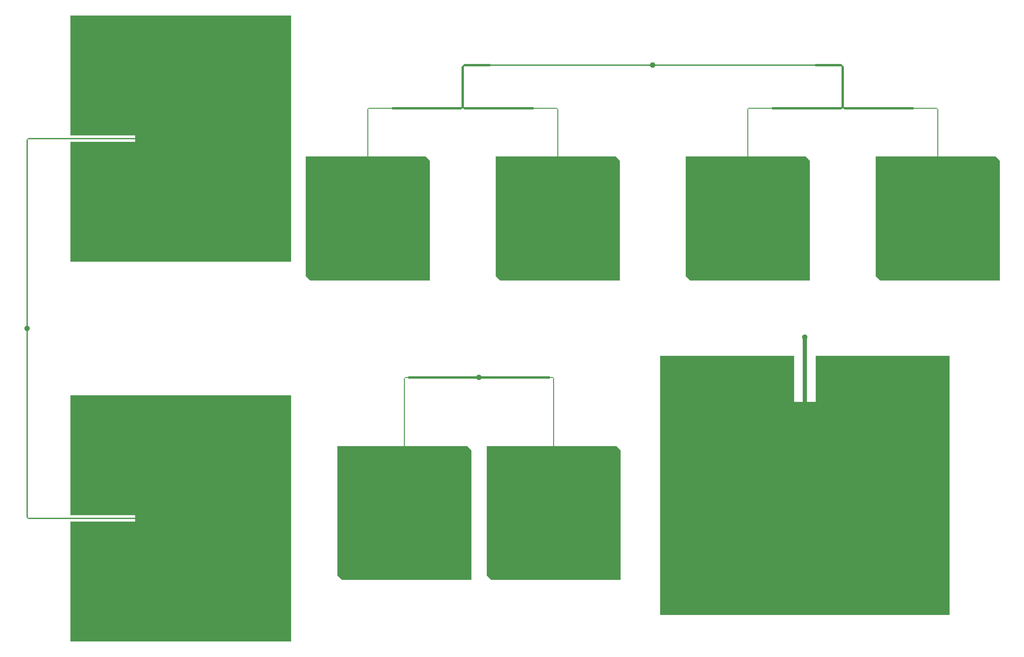
<source format=gtl>
G04 #@! TF.FileFunction,Copper,L1,Top,Signal*
%FSLAX46Y46*%
G04 Gerber Fmt 4.6, Leading zero omitted, Abs format (unit mm)*
G04 Created by KiCad (PCBNEW 4.1.0-alpha+201607281302+6996~46~ubuntu14.04.1-product) date Mon Aug 15 03:55:40 2016*
%MOMM*%
%LPD*%
G01*
G04 APERTURE LIST*
%ADD10C,0.100000*%
%ADD11C,2.500000*%
%ADD12C,0.050000*%
G04 APERTURE END LIST*
D10*
D11*
X390509800Y-181464400D03*
X239633000Y-200158000D03*
X30405000Y-177450800D03*
X320071700Y-55426000D03*
D12*
G36*
X390984800Y-181464400D02*
X390985280Y-181469277D01*
X390986703Y-181473967D01*
X390989013Y-181478289D01*
X390992122Y-181482078D01*
X390995911Y-181485187D01*
X391000233Y-181487497D01*
X391004923Y-181488920D01*
X391009800Y-181489400D01*
X391434800Y-181489400D01*
X391434800Y-211464400D01*
X391435280Y-211469277D01*
X391436703Y-211473967D01*
X391439013Y-211478289D01*
X391442122Y-211482078D01*
X391445911Y-211485187D01*
X391450233Y-211487497D01*
X391454923Y-211488920D01*
X391459800Y-211489400D01*
X395509800Y-211489400D01*
X395514677Y-211488920D01*
X395519367Y-211487497D01*
X395523689Y-211485187D01*
X395527478Y-211482078D01*
X395530587Y-211478289D01*
X395532897Y-211473967D01*
X395534320Y-211469277D01*
X395534800Y-211464400D01*
X395534800Y-190129400D01*
X457484800Y-190129400D01*
X457484800Y-310079400D01*
X323534800Y-310079400D01*
X323534800Y-190129400D01*
X385484800Y-190129400D01*
X385484800Y-211464400D01*
X385485280Y-211469277D01*
X385486703Y-211473967D01*
X385489013Y-211478289D01*
X385492122Y-211482078D01*
X385495911Y-211485187D01*
X385500233Y-211487497D01*
X385504923Y-211488920D01*
X385509800Y-211489400D01*
X389559800Y-211489400D01*
X389564677Y-211488920D01*
X389569367Y-211487497D01*
X389573689Y-211485187D01*
X389577478Y-211482078D01*
X389580587Y-211478289D01*
X389582897Y-211473967D01*
X389584320Y-211469277D01*
X389584800Y-211464400D01*
X389584800Y-181489400D01*
X390009800Y-181489400D01*
X390014677Y-181488920D01*
X390019367Y-181487497D01*
X390023689Y-181485187D01*
X390027478Y-181482078D01*
X390030587Y-181478289D01*
X390032897Y-181473967D01*
X390034320Y-181469277D01*
X390034800Y-181464400D01*
X390034800Y-180989400D01*
X390984800Y-180989400D01*
X390984800Y-181464400D01*
X390984800Y-181464400D01*
G37*
X390984800Y-181464400D02*
X390985280Y-181469277D01*
X390986703Y-181473967D01*
X390989013Y-181478289D01*
X390992122Y-181482078D01*
X390995911Y-181485187D01*
X391000233Y-181487497D01*
X391004923Y-181488920D01*
X391009800Y-181489400D01*
X391434800Y-181489400D01*
X391434800Y-211464400D01*
X391435280Y-211469277D01*
X391436703Y-211473967D01*
X391439013Y-211478289D01*
X391442122Y-211482078D01*
X391445911Y-211485187D01*
X391450233Y-211487497D01*
X391454923Y-211488920D01*
X391459800Y-211489400D01*
X395509800Y-211489400D01*
X395514677Y-211488920D01*
X395519367Y-211487497D01*
X395523689Y-211485187D01*
X395527478Y-211482078D01*
X395530587Y-211478289D01*
X395532897Y-211473967D01*
X395534320Y-211469277D01*
X395534800Y-211464400D01*
X395534800Y-190129400D01*
X457484800Y-190129400D01*
X457484800Y-310079400D01*
X323534800Y-310079400D01*
X323534800Y-190129400D01*
X385484800Y-190129400D01*
X385484800Y-211464400D01*
X385485280Y-211469277D01*
X385486703Y-211473967D01*
X385489013Y-211478289D01*
X385492122Y-211482078D01*
X385495911Y-211485187D01*
X385500233Y-211487497D01*
X385504923Y-211488920D01*
X385509800Y-211489400D01*
X389559800Y-211489400D01*
X389564677Y-211488920D01*
X389569367Y-211487497D01*
X389573689Y-211485187D01*
X389577478Y-211482078D01*
X389580587Y-211478289D01*
X389582897Y-211473967D01*
X389584320Y-211469277D01*
X389584800Y-211464400D01*
X389584800Y-181489400D01*
X390009800Y-181489400D01*
X390014677Y-181488920D01*
X390019367Y-181487497D01*
X390023689Y-181485187D01*
X390027478Y-181482078D01*
X390030587Y-181478289D01*
X390032897Y-181473967D01*
X390034320Y-181469277D01*
X390034800Y-181464400D01*
X390034800Y-180989400D01*
X390984800Y-180989400D01*
X390984800Y-181464400D01*
G36*
X239299822Y-199640678D02*
X239303611Y-199643787D01*
X239307933Y-199646097D01*
X239312623Y-199647520D01*
X239317500Y-199648000D01*
X239948517Y-199648000D01*
X239953394Y-199647520D01*
X239958084Y-199646097D01*
X239962406Y-199643787D01*
X239966195Y-199640677D01*
X240143000Y-199463858D01*
X240143000Y-199623000D01*
X240143480Y-199627877D01*
X240144903Y-199632567D01*
X240147213Y-199636889D01*
X240150322Y-199640678D01*
X240154111Y-199643787D01*
X240158433Y-199646097D01*
X240163123Y-199647520D01*
X240168000Y-199648000D01*
X272345600Y-199648000D01*
X272345600Y-199963000D01*
X272346080Y-199967877D01*
X272347503Y-199972567D01*
X272349813Y-199976889D01*
X272352922Y-199980678D01*
X272356711Y-199983787D01*
X272361033Y-199986097D01*
X272365723Y-199987520D01*
X272370600Y-199988000D01*
X273730644Y-199988000D01*
X274360600Y-200617956D01*
X274360600Y-231908000D01*
X274361080Y-231912877D01*
X274362503Y-231917567D01*
X274364813Y-231921889D01*
X274367922Y-231925678D01*
X274371711Y-231928787D01*
X274376033Y-231931097D01*
X274380723Y-231932520D01*
X274385600Y-231933000D01*
X303180244Y-231933000D01*
X305165600Y-233918356D01*
X305165600Y-293883000D01*
X245200956Y-293883000D01*
X243215600Y-291897644D01*
X243215600Y-231933000D01*
X273995600Y-231933000D01*
X274000477Y-231932520D01*
X274005167Y-231931097D01*
X274009489Y-231928787D01*
X274013278Y-231925678D01*
X274016387Y-231921889D01*
X274018697Y-231917567D01*
X274020120Y-231912877D01*
X274020600Y-231908000D01*
X274020600Y-200353000D01*
X274020120Y-200348123D01*
X274018697Y-200343433D01*
X274016387Y-200339111D01*
X274013278Y-200335322D01*
X274009489Y-200332213D01*
X274005167Y-200329903D01*
X274000477Y-200328480D01*
X273995600Y-200328000D01*
X272370600Y-200328000D01*
X272365723Y-200328480D01*
X272361033Y-200329903D01*
X272356711Y-200332213D01*
X272352922Y-200335322D01*
X272349813Y-200339111D01*
X272347503Y-200343433D01*
X272346080Y-200348123D01*
X272345600Y-200353000D01*
X272345600Y-200668000D01*
X240397856Y-200668000D01*
X240150678Y-200420822D01*
X240146889Y-200417713D01*
X240142567Y-200415403D01*
X240137877Y-200413980D01*
X240133000Y-200413500D01*
X240128123Y-200413980D01*
X240123433Y-200415403D01*
X240119111Y-200417713D01*
X240115322Y-200420822D01*
X240112213Y-200424611D01*
X240109903Y-200428933D01*
X240108480Y-200433623D01*
X240108000Y-200438500D01*
X240108000Y-200633000D01*
X239158000Y-200633000D01*
X239158000Y-200438580D01*
X239157520Y-200433703D01*
X239156097Y-200429013D01*
X239153787Y-200424691D01*
X239150678Y-200420902D01*
X239146889Y-200417793D01*
X239142567Y-200415483D01*
X239137877Y-200414060D01*
X239133000Y-200413580D01*
X239128123Y-200414060D01*
X239123433Y-200415483D01*
X239119111Y-200417793D01*
X239115322Y-200420903D01*
X238868244Y-200668000D01*
X206920500Y-200668000D01*
X206920500Y-200353000D01*
X206920020Y-200348123D01*
X206918597Y-200343433D01*
X206916287Y-200339111D01*
X206913178Y-200335322D01*
X206909389Y-200332213D01*
X206905067Y-200329903D01*
X206900377Y-200328480D01*
X206895500Y-200328000D01*
X205270500Y-200328000D01*
X205265623Y-200328480D01*
X205260933Y-200329903D01*
X205256611Y-200332213D01*
X205252822Y-200335322D01*
X205249713Y-200339111D01*
X205247403Y-200343433D01*
X205245980Y-200348123D01*
X205245500Y-200353000D01*
X205245500Y-231908000D01*
X205245980Y-231912877D01*
X205247403Y-231917567D01*
X205249713Y-231921889D01*
X205252822Y-231925678D01*
X205256611Y-231928787D01*
X205260933Y-231931097D01*
X205265623Y-231932520D01*
X205270500Y-231933000D01*
X234065144Y-231933000D01*
X236050500Y-233918356D01*
X236050500Y-293883000D01*
X176085856Y-293883000D01*
X174100500Y-291897644D01*
X174100500Y-231933000D01*
X204880500Y-231933000D01*
X204885377Y-231932520D01*
X204890067Y-231931097D01*
X204894389Y-231928787D01*
X204898178Y-231925678D01*
X204901287Y-231921889D01*
X204903597Y-231917567D01*
X204905020Y-231912877D01*
X204905500Y-231908000D01*
X204905500Y-200617956D01*
X205535456Y-199988000D01*
X206895500Y-199988000D01*
X206900377Y-199987520D01*
X206905067Y-199986097D01*
X206909389Y-199983787D01*
X206913178Y-199980678D01*
X206916287Y-199976889D01*
X206918597Y-199972567D01*
X206920020Y-199967877D01*
X206920500Y-199963000D01*
X206920500Y-199648000D01*
X239098000Y-199648000D01*
X239102877Y-199647520D01*
X239107567Y-199646097D01*
X239111889Y-199643787D01*
X239115678Y-199640678D01*
X239118787Y-199636889D01*
X239121097Y-199632567D01*
X239122520Y-199627877D01*
X239123000Y-199623000D01*
X239123000Y-199463856D01*
X239299822Y-199640678D01*
X239299822Y-199640678D01*
G37*
X239299822Y-199640678D02*
X239303611Y-199643787D01*
X239307933Y-199646097D01*
X239312623Y-199647520D01*
X239317500Y-199648000D01*
X239948517Y-199648000D01*
X239953394Y-199647520D01*
X239958084Y-199646097D01*
X239962406Y-199643787D01*
X239966195Y-199640677D01*
X240143000Y-199463858D01*
X240143000Y-199623000D01*
X240143480Y-199627877D01*
X240144903Y-199632567D01*
X240147213Y-199636889D01*
X240150322Y-199640678D01*
X240154111Y-199643787D01*
X240158433Y-199646097D01*
X240163123Y-199647520D01*
X240168000Y-199648000D01*
X272345600Y-199648000D01*
X272345600Y-199963000D01*
X272346080Y-199967877D01*
X272347503Y-199972567D01*
X272349813Y-199976889D01*
X272352922Y-199980678D01*
X272356711Y-199983787D01*
X272361033Y-199986097D01*
X272365723Y-199987520D01*
X272370600Y-199988000D01*
X273730644Y-199988000D01*
X274360600Y-200617956D01*
X274360600Y-231908000D01*
X274361080Y-231912877D01*
X274362503Y-231917567D01*
X274364813Y-231921889D01*
X274367922Y-231925678D01*
X274371711Y-231928787D01*
X274376033Y-231931097D01*
X274380723Y-231932520D01*
X274385600Y-231933000D01*
X303180244Y-231933000D01*
X305165600Y-233918356D01*
X305165600Y-293883000D01*
X245200956Y-293883000D01*
X243215600Y-291897644D01*
X243215600Y-231933000D01*
X273995600Y-231933000D01*
X274000477Y-231932520D01*
X274005167Y-231931097D01*
X274009489Y-231928787D01*
X274013278Y-231925678D01*
X274016387Y-231921889D01*
X274018697Y-231917567D01*
X274020120Y-231912877D01*
X274020600Y-231908000D01*
X274020600Y-200353000D01*
X274020120Y-200348123D01*
X274018697Y-200343433D01*
X274016387Y-200339111D01*
X274013278Y-200335322D01*
X274009489Y-200332213D01*
X274005167Y-200329903D01*
X274000477Y-200328480D01*
X273995600Y-200328000D01*
X272370600Y-200328000D01*
X272365723Y-200328480D01*
X272361033Y-200329903D01*
X272356711Y-200332213D01*
X272352922Y-200335322D01*
X272349813Y-200339111D01*
X272347503Y-200343433D01*
X272346080Y-200348123D01*
X272345600Y-200353000D01*
X272345600Y-200668000D01*
X240397856Y-200668000D01*
X240150678Y-200420822D01*
X240146889Y-200417713D01*
X240142567Y-200415403D01*
X240137877Y-200413980D01*
X240133000Y-200413500D01*
X240128123Y-200413980D01*
X240123433Y-200415403D01*
X240119111Y-200417713D01*
X240115322Y-200420822D01*
X240112213Y-200424611D01*
X240109903Y-200428933D01*
X240108480Y-200433623D01*
X240108000Y-200438500D01*
X240108000Y-200633000D01*
X239158000Y-200633000D01*
X239158000Y-200438580D01*
X239157520Y-200433703D01*
X239156097Y-200429013D01*
X239153787Y-200424691D01*
X239150678Y-200420902D01*
X239146889Y-200417793D01*
X239142567Y-200415483D01*
X239137877Y-200414060D01*
X239133000Y-200413580D01*
X239128123Y-200414060D01*
X239123433Y-200415483D01*
X239119111Y-200417793D01*
X239115322Y-200420903D01*
X238868244Y-200668000D01*
X206920500Y-200668000D01*
X206920500Y-200353000D01*
X206920020Y-200348123D01*
X206918597Y-200343433D01*
X206916287Y-200339111D01*
X206913178Y-200335322D01*
X206909389Y-200332213D01*
X206905067Y-200329903D01*
X206900377Y-200328480D01*
X206895500Y-200328000D01*
X205270500Y-200328000D01*
X205265623Y-200328480D01*
X205260933Y-200329903D01*
X205256611Y-200332213D01*
X205252822Y-200335322D01*
X205249713Y-200339111D01*
X205247403Y-200343433D01*
X205245980Y-200348123D01*
X205245500Y-200353000D01*
X205245500Y-231908000D01*
X205245980Y-231912877D01*
X205247403Y-231917567D01*
X205249713Y-231921889D01*
X205252822Y-231925678D01*
X205256611Y-231928787D01*
X205260933Y-231931097D01*
X205265623Y-231932520D01*
X205270500Y-231933000D01*
X234065144Y-231933000D01*
X236050500Y-233918356D01*
X236050500Y-293883000D01*
X176085856Y-293883000D01*
X174100500Y-291897644D01*
X174100500Y-231933000D01*
X204880500Y-231933000D01*
X204885377Y-231932520D01*
X204890067Y-231931097D01*
X204894389Y-231928787D01*
X204898178Y-231925678D01*
X204901287Y-231921889D01*
X204903597Y-231917567D01*
X204905020Y-231912877D01*
X204905500Y-231908000D01*
X204905500Y-200617956D01*
X205535456Y-199988000D01*
X206895500Y-199988000D01*
X206900377Y-199987520D01*
X206905067Y-199986097D01*
X206909389Y-199983787D01*
X206913178Y-199980678D01*
X206916287Y-199976889D01*
X206918597Y-199972567D01*
X206920020Y-199967877D01*
X206920500Y-199963000D01*
X206920500Y-199648000D01*
X239098000Y-199648000D01*
X239102877Y-199647520D01*
X239107567Y-199646097D01*
X239111889Y-199643787D01*
X239115678Y-199640678D01*
X239118787Y-199636889D01*
X239121097Y-199632567D01*
X239122520Y-199627877D01*
X239123000Y-199623000D01*
X239123000Y-199463856D01*
X239299822Y-199640678D01*
G36*
X29925787Y-177201189D02*
X29928097Y-177196867D01*
X29929520Y-177192177D01*
X29930000Y-177187300D01*
X29930000Y-176975800D01*
X30141500Y-176975800D01*
X30146377Y-176975320D01*
X30151067Y-176973897D01*
X30155389Y-176971587D01*
X30159178Y-176968478D01*
X30162287Y-176964689D01*
X30164597Y-176960367D01*
X30166020Y-176955677D01*
X30166500Y-176950800D01*
X30166500Y-90029056D01*
X30947856Y-89247700D01*
X80405000Y-89247700D01*
X80409877Y-89247220D01*
X80414567Y-89245797D01*
X80418889Y-89243487D01*
X80422678Y-89240378D01*
X80425787Y-89236589D01*
X80428097Y-89232267D01*
X80429520Y-89227577D01*
X80430000Y-89222700D01*
X80430000Y-87986200D01*
X80429520Y-87981323D01*
X80428097Y-87976633D01*
X80425787Y-87972311D01*
X80422678Y-87968522D01*
X80418889Y-87965413D01*
X80414567Y-87963103D01*
X80409877Y-87961680D01*
X80405000Y-87961200D01*
X50430000Y-87961200D01*
X50430000Y-32511200D01*
X152580000Y-32511200D01*
X152580000Y-146461200D01*
X50430000Y-146461200D01*
X50430000Y-91011200D01*
X80405000Y-91011200D01*
X80409877Y-91010720D01*
X80414567Y-91009297D01*
X80418889Y-91006987D01*
X80422678Y-91003878D01*
X80425787Y-91000089D01*
X80428097Y-90995767D01*
X80429520Y-90991077D01*
X80430000Y-90986200D01*
X80430000Y-89749700D01*
X80429520Y-89744823D01*
X80428097Y-89740133D01*
X80425787Y-89735811D01*
X80422678Y-89732022D01*
X80418889Y-89728913D01*
X80414567Y-89726603D01*
X80409877Y-89725180D01*
X80405000Y-89724700D01*
X30668500Y-89724700D01*
X30663623Y-89725180D01*
X30658933Y-89726603D01*
X30654611Y-89728913D01*
X30650822Y-89732022D01*
X30647713Y-89735811D01*
X30645403Y-89740133D01*
X30643980Y-89744823D01*
X30643500Y-89749700D01*
X30643500Y-176907944D01*
X30618322Y-176933122D01*
X30615213Y-176936911D01*
X30612903Y-176941233D01*
X30611480Y-176945923D01*
X30611000Y-176950800D01*
X30611480Y-176955677D01*
X30612903Y-176960367D01*
X30615213Y-176964689D01*
X30618322Y-176968478D01*
X30622111Y-176971587D01*
X30626433Y-176973897D01*
X30631123Y-176975320D01*
X30636000Y-176975800D01*
X30880000Y-176975800D01*
X30880000Y-177925800D01*
X30636000Y-177925800D01*
X30631123Y-177926280D01*
X30626433Y-177927703D01*
X30622111Y-177930013D01*
X30618322Y-177933122D01*
X30615213Y-177936911D01*
X30612903Y-177941233D01*
X30611480Y-177945923D01*
X30611000Y-177950800D01*
X30611480Y-177955677D01*
X30612903Y-177960367D01*
X30615213Y-177964689D01*
X30618322Y-177968478D01*
X30643500Y-177993656D01*
X30643500Y-265151900D01*
X30643980Y-265156777D01*
X30645403Y-265161467D01*
X30647713Y-265165789D01*
X30650822Y-265169578D01*
X30654611Y-265172687D01*
X30658933Y-265174997D01*
X30663623Y-265176420D01*
X30668500Y-265176900D01*
X80405000Y-265176900D01*
X80409877Y-265176420D01*
X80414567Y-265174997D01*
X80418889Y-265172687D01*
X80422678Y-265169578D01*
X80425787Y-265165789D01*
X80428097Y-265161467D01*
X80429520Y-265156777D01*
X80430000Y-265151900D01*
X80430000Y-263915400D01*
X80429520Y-263910523D01*
X80428097Y-263905833D01*
X80425787Y-263901511D01*
X80422678Y-263897722D01*
X80418889Y-263894613D01*
X80414567Y-263892303D01*
X80409877Y-263890880D01*
X80405000Y-263890400D01*
X50430000Y-263890400D01*
X50430000Y-208440400D01*
X152580000Y-208440400D01*
X152580000Y-322390400D01*
X50430000Y-322390400D01*
X50430000Y-266940400D01*
X80405000Y-266940400D01*
X80409877Y-266939920D01*
X80414567Y-266938497D01*
X80418889Y-266936187D01*
X80422678Y-266933078D01*
X80425787Y-266929289D01*
X80428097Y-266924967D01*
X80429520Y-266920277D01*
X80430000Y-266915400D01*
X80430000Y-265678900D01*
X80429520Y-265674023D01*
X80428097Y-265669333D01*
X80425787Y-265665011D01*
X80422678Y-265661222D01*
X80418889Y-265658113D01*
X80414567Y-265655803D01*
X80409877Y-265654380D01*
X80405000Y-265653900D01*
X30947856Y-265653900D01*
X30166500Y-264872544D01*
X30166500Y-177950800D01*
X30166020Y-177945923D01*
X30164597Y-177941233D01*
X30162287Y-177936911D01*
X30159178Y-177933122D01*
X30155389Y-177930013D01*
X30151067Y-177927703D01*
X30146377Y-177926280D01*
X30141500Y-177925800D01*
X29930000Y-177925800D01*
X29930000Y-177714300D01*
X29929520Y-177709423D01*
X29928097Y-177704733D01*
X29925787Y-177700411D01*
X29923850Y-177698050D01*
X29925787Y-177695689D01*
X29928097Y-177691367D01*
X29929520Y-177686677D01*
X29930000Y-177681800D01*
X29930000Y-177219800D01*
X29929520Y-177214923D01*
X29928097Y-177210233D01*
X29925787Y-177205911D01*
X29923850Y-177203550D01*
X29925787Y-177201189D01*
X29925787Y-177201189D01*
G37*
X29925787Y-177201189D02*
X29928097Y-177196867D01*
X29929520Y-177192177D01*
X29930000Y-177187300D01*
X29930000Y-176975800D01*
X30141500Y-176975800D01*
X30146377Y-176975320D01*
X30151067Y-176973897D01*
X30155389Y-176971587D01*
X30159178Y-176968478D01*
X30162287Y-176964689D01*
X30164597Y-176960367D01*
X30166020Y-176955677D01*
X30166500Y-176950800D01*
X30166500Y-90029056D01*
X30947856Y-89247700D01*
X80405000Y-89247700D01*
X80409877Y-89247220D01*
X80414567Y-89245797D01*
X80418889Y-89243487D01*
X80422678Y-89240378D01*
X80425787Y-89236589D01*
X80428097Y-89232267D01*
X80429520Y-89227577D01*
X80430000Y-89222700D01*
X80430000Y-87986200D01*
X80429520Y-87981323D01*
X80428097Y-87976633D01*
X80425787Y-87972311D01*
X80422678Y-87968522D01*
X80418889Y-87965413D01*
X80414567Y-87963103D01*
X80409877Y-87961680D01*
X80405000Y-87961200D01*
X50430000Y-87961200D01*
X50430000Y-32511200D01*
X152580000Y-32511200D01*
X152580000Y-146461200D01*
X50430000Y-146461200D01*
X50430000Y-91011200D01*
X80405000Y-91011200D01*
X80409877Y-91010720D01*
X80414567Y-91009297D01*
X80418889Y-91006987D01*
X80422678Y-91003878D01*
X80425787Y-91000089D01*
X80428097Y-90995767D01*
X80429520Y-90991077D01*
X80430000Y-90986200D01*
X80430000Y-89749700D01*
X80429520Y-89744823D01*
X80428097Y-89740133D01*
X80425787Y-89735811D01*
X80422678Y-89732022D01*
X80418889Y-89728913D01*
X80414567Y-89726603D01*
X80409877Y-89725180D01*
X80405000Y-89724700D01*
X30668500Y-89724700D01*
X30663623Y-89725180D01*
X30658933Y-89726603D01*
X30654611Y-89728913D01*
X30650822Y-89732022D01*
X30647713Y-89735811D01*
X30645403Y-89740133D01*
X30643980Y-89744823D01*
X30643500Y-89749700D01*
X30643500Y-176907944D01*
X30618322Y-176933122D01*
X30615213Y-176936911D01*
X30612903Y-176941233D01*
X30611480Y-176945923D01*
X30611000Y-176950800D01*
X30611480Y-176955677D01*
X30612903Y-176960367D01*
X30615213Y-176964689D01*
X30618322Y-176968478D01*
X30622111Y-176971587D01*
X30626433Y-176973897D01*
X30631123Y-176975320D01*
X30636000Y-176975800D01*
X30880000Y-176975800D01*
X30880000Y-177925800D01*
X30636000Y-177925800D01*
X30631123Y-177926280D01*
X30626433Y-177927703D01*
X30622111Y-177930013D01*
X30618322Y-177933122D01*
X30615213Y-177936911D01*
X30612903Y-177941233D01*
X30611480Y-177945923D01*
X30611000Y-177950800D01*
X30611480Y-177955677D01*
X30612903Y-177960367D01*
X30615213Y-177964689D01*
X30618322Y-177968478D01*
X30643500Y-177993656D01*
X30643500Y-265151900D01*
X30643980Y-265156777D01*
X30645403Y-265161467D01*
X30647713Y-265165789D01*
X30650822Y-265169578D01*
X30654611Y-265172687D01*
X30658933Y-265174997D01*
X30663623Y-265176420D01*
X30668500Y-265176900D01*
X80405000Y-265176900D01*
X80409877Y-265176420D01*
X80414567Y-265174997D01*
X80418889Y-265172687D01*
X80422678Y-265169578D01*
X80425787Y-265165789D01*
X80428097Y-265161467D01*
X80429520Y-265156777D01*
X80430000Y-265151900D01*
X80430000Y-263915400D01*
X80429520Y-263910523D01*
X80428097Y-263905833D01*
X80425787Y-263901511D01*
X80422678Y-263897722D01*
X80418889Y-263894613D01*
X80414567Y-263892303D01*
X80409877Y-263890880D01*
X80405000Y-263890400D01*
X50430000Y-263890400D01*
X50430000Y-208440400D01*
X152580000Y-208440400D01*
X152580000Y-322390400D01*
X50430000Y-322390400D01*
X50430000Y-266940400D01*
X80405000Y-266940400D01*
X80409877Y-266939920D01*
X80414567Y-266938497D01*
X80418889Y-266936187D01*
X80422678Y-266933078D01*
X80425787Y-266929289D01*
X80428097Y-266924967D01*
X80429520Y-266920277D01*
X80430000Y-266915400D01*
X80430000Y-265678900D01*
X80429520Y-265674023D01*
X80428097Y-265669333D01*
X80425787Y-265665011D01*
X80422678Y-265661222D01*
X80418889Y-265658113D01*
X80414567Y-265655803D01*
X80409877Y-265654380D01*
X80405000Y-265653900D01*
X30947856Y-265653900D01*
X30166500Y-264872544D01*
X30166500Y-177950800D01*
X30166020Y-177945923D01*
X30164597Y-177941233D01*
X30162287Y-177936911D01*
X30159178Y-177933122D01*
X30155389Y-177930013D01*
X30151067Y-177927703D01*
X30146377Y-177926280D01*
X30141500Y-177925800D01*
X29930000Y-177925800D01*
X29930000Y-177714300D01*
X29929520Y-177709423D01*
X29928097Y-177704733D01*
X29925787Y-177700411D01*
X29923850Y-177698050D01*
X29925787Y-177695689D01*
X29928097Y-177691367D01*
X29929520Y-177686677D01*
X29930000Y-177681800D01*
X29930000Y-177219800D01*
X29929520Y-177214923D01*
X29928097Y-177210233D01*
X29925787Y-177205911D01*
X29923850Y-177203550D01*
X29925787Y-177201189D01*
G36*
X244812100Y-55162500D02*
X244812580Y-55167377D01*
X244814003Y-55172067D01*
X244816313Y-55176389D01*
X244819422Y-55180178D01*
X244823211Y-55183287D01*
X244827533Y-55185597D01*
X244832223Y-55187020D01*
X244837100Y-55187500D01*
X319571700Y-55187500D01*
X319576577Y-55187020D01*
X319581267Y-55185597D01*
X319585589Y-55183287D01*
X319589378Y-55180178D01*
X319592487Y-55176389D01*
X319594797Y-55172067D01*
X319596220Y-55167377D01*
X319596700Y-55162500D01*
X319596700Y-54951000D01*
X319808200Y-54951000D01*
X319813077Y-54950520D01*
X319817767Y-54949097D01*
X319822089Y-54946787D01*
X319824450Y-54944850D01*
X319826811Y-54946787D01*
X319831133Y-54949097D01*
X319835823Y-54950520D01*
X319840700Y-54951000D01*
X320302700Y-54951000D01*
X320307577Y-54950520D01*
X320312267Y-54949097D01*
X320316589Y-54946787D01*
X320318950Y-54944850D01*
X320321311Y-54946787D01*
X320325633Y-54949097D01*
X320330323Y-54950520D01*
X320335200Y-54951000D01*
X320546700Y-54951000D01*
X320546700Y-55162500D01*
X320547180Y-55167377D01*
X320548603Y-55172067D01*
X320550913Y-55176389D01*
X320554022Y-55180178D01*
X320557811Y-55183287D01*
X320562133Y-55185597D01*
X320566823Y-55187020D01*
X320571700Y-55187500D01*
X395306300Y-55187500D01*
X395311177Y-55187020D01*
X395315867Y-55185597D01*
X395320189Y-55183287D01*
X395323978Y-55180178D01*
X395327087Y-55176389D01*
X395329397Y-55172067D01*
X395330820Y-55167377D01*
X395331300Y-55162500D01*
X395331300Y-54916000D01*
X407271444Y-54916000D01*
X408546300Y-56190856D01*
X408546300Y-74891000D01*
X408546780Y-74895877D01*
X408548203Y-74900567D01*
X408550513Y-74904889D01*
X408553622Y-74908678D01*
X408557411Y-74911787D01*
X408561733Y-74914097D01*
X408566423Y-74915520D01*
X408571300Y-74916000D01*
X440743600Y-74916000D01*
X440743600Y-75231000D01*
X440744080Y-75235877D01*
X440745503Y-75240567D01*
X440747813Y-75244889D01*
X440750922Y-75248678D01*
X440754711Y-75251787D01*
X440759033Y-75254097D01*
X440763723Y-75255520D01*
X440768600Y-75256000D01*
X451558644Y-75256000D01*
X452188600Y-75885956D01*
X452188600Y-97746000D01*
X452189080Y-97750877D01*
X452190503Y-97755567D01*
X452192813Y-97759889D01*
X452195922Y-97763678D01*
X452199711Y-97766787D01*
X452204033Y-97769097D01*
X452208723Y-97770520D01*
X452213600Y-97771000D01*
X478748244Y-97771000D01*
X480733600Y-99756356D01*
X480733600Y-155201000D01*
X425288956Y-155201000D01*
X423303600Y-153215644D01*
X423303600Y-97771000D01*
X451823600Y-97771000D01*
X451828477Y-97770520D01*
X451833167Y-97769097D01*
X451837489Y-97766787D01*
X451841278Y-97763678D01*
X451844387Y-97759889D01*
X451846697Y-97755567D01*
X451848120Y-97750877D01*
X451848600Y-97746000D01*
X451848600Y-75621000D01*
X451848120Y-75616123D01*
X451846697Y-75611433D01*
X451844387Y-75607111D01*
X451841278Y-75603322D01*
X451837489Y-75600213D01*
X451833167Y-75597903D01*
X451828477Y-75596480D01*
X451823600Y-75596000D01*
X440768600Y-75596000D01*
X440763723Y-75596480D01*
X440759033Y-75597903D01*
X440754711Y-75600213D01*
X440750922Y-75603322D01*
X440747813Y-75607111D01*
X440745503Y-75611433D01*
X440744080Y-75616123D01*
X440743600Y-75621000D01*
X440743600Y-75936000D01*
X408801056Y-75936000D01*
X408273419Y-75408323D01*
X408269631Y-75405214D01*
X408265309Y-75402903D01*
X408260619Y-75401481D01*
X408255741Y-75401000D01*
X407816800Y-75401000D01*
X407811923Y-75401480D01*
X407807233Y-75402903D01*
X407802911Y-75405213D01*
X407799122Y-75408322D01*
X407271444Y-75936000D01*
X375329000Y-75936000D01*
X375329000Y-75621000D01*
X375328520Y-75616123D01*
X375327097Y-75611433D01*
X375324787Y-75607111D01*
X375321678Y-75603322D01*
X375317889Y-75600213D01*
X375313567Y-75597903D01*
X375308877Y-75596480D01*
X375304000Y-75596000D01*
X364249000Y-75596000D01*
X364244123Y-75596480D01*
X364239433Y-75597903D01*
X364235111Y-75600213D01*
X364231322Y-75603322D01*
X364228213Y-75607111D01*
X364225903Y-75611433D01*
X364224480Y-75616123D01*
X364224000Y-75621000D01*
X364224000Y-97746000D01*
X364224480Y-97750877D01*
X364225903Y-97755567D01*
X364228213Y-97759889D01*
X364231322Y-97763678D01*
X364235111Y-97766787D01*
X364239433Y-97769097D01*
X364244123Y-97770520D01*
X364249000Y-97771000D01*
X390783644Y-97771000D01*
X392769000Y-99756356D01*
X392769000Y-155201000D01*
X337324356Y-155201000D01*
X335339000Y-153215644D01*
X335339000Y-97771000D01*
X363859000Y-97771000D01*
X363863877Y-97770520D01*
X363868567Y-97769097D01*
X363872889Y-97766787D01*
X363876678Y-97763678D01*
X363879787Y-97759889D01*
X363882097Y-97755567D01*
X363883520Y-97750877D01*
X363884000Y-97746000D01*
X363884000Y-75885956D01*
X364513956Y-75256000D01*
X375304000Y-75256000D01*
X375308877Y-75255520D01*
X375313567Y-75254097D01*
X375317889Y-75251787D01*
X375321678Y-75248678D01*
X375324787Y-75244889D01*
X375327097Y-75240567D01*
X375328520Y-75235877D01*
X375329000Y-75231000D01*
X375329000Y-74916000D01*
X407501300Y-74916000D01*
X407506177Y-74915520D01*
X407510867Y-74914097D01*
X407515189Y-74911787D01*
X407518978Y-74908678D01*
X407522087Y-74904889D01*
X407524397Y-74900567D01*
X407525820Y-74895877D01*
X407526300Y-74891000D01*
X407526300Y-55961000D01*
X407525820Y-55956123D01*
X407524397Y-55951433D01*
X407522087Y-55947111D01*
X407518978Y-55943322D01*
X407515189Y-55940213D01*
X407510867Y-55937903D01*
X407506177Y-55936480D01*
X407501300Y-55936000D01*
X395331300Y-55936000D01*
X395331300Y-55689500D01*
X395330820Y-55684623D01*
X395329397Y-55679933D01*
X395327087Y-55675611D01*
X395323978Y-55671822D01*
X395320189Y-55668713D01*
X395315867Y-55666403D01*
X395311177Y-55664980D01*
X395306300Y-55664500D01*
X320614556Y-55664500D01*
X320589378Y-55639322D01*
X320585589Y-55636213D01*
X320581267Y-55633903D01*
X320576577Y-55632480D01*
X320571700Y-55632000D01*
X320566823Y-55632480D01*
X320562133Y-55633903D01*
X320557811Y-55636213D01*
X320554022Y-55639322D01*
X320550913Y-55643111D01*
X320548603Y-55647433D01*
X320547180Y-55652123D01*
X320546700Y-55657000D01*
X320546700Y-55901000D01*
X319596700Y-55901000D01*
X319596700Y-55657000D01*
X319596220Y-55652123D01*
X319594797Y-55647433D01*
X319592487Y-55643111D01*
X319589378Y-55639322D01*
X319585589Y-55636213D01*
X319581267Y-55633903D01*
X319576577Y-55632480D01*
X319571700Y-55632000D01*
X319566823Y-55632480D01*
X319562133Y-55633903D01*
X319557811Y-55636213D01*
X319554022Y-55639322D01*
X319528844Y-55664500D01*
X244837100Y-55664500D01*
X244832223Y-55664980D01*
X244827533Y-55666403D01*
X244823211Y-55668713D01*
X244819422Y-55671822D01*
X244816313Y-55675611D01*
X244814003Y-55679933D01*
X244812580Y-55684623D01*
X244812100Y-55689500D01*
X244812100Y-55936000D01*
X232642100Y-55936000D01*
X232637223Y-55936480D01*
X232632533Y-55937903D01*
X232628211Y-55940213D01*
X232624422Y-55943322D01*
X232621313Y-55947111D01*
X232619003Y-55951433D01*
X232617580Y-55956123D01*
X232617100Y-55961000D01*
X232617100Y-74891000D01*
X232617580Y-74895877D01*
X232619003Y-74900567D01*
X232621313Y-74904889D01*
X232624422Y-74908678D01*
X232628211Y-74911787D01*
X232632533Y-74914097D01*
X232637223Y-74915520D01*
X232642100Y-74916000D01*
X264814400Y-74916000D01*
X264814400Y-75231000D01*
X264814880Y-75235877D01*
X264816303Y-75240567D01*
X264818613Y-75244889D01*
X264821722Y-75248678D01*
X264825511Y-75251787D01*
X264829833Y-75254097D01*
X264834523Y-75255520D01*
X264839400Y-75256000D01*
X275629444Y-75256000D01*
X276259400Y-75885956D01*
X276259400Y-97746000D01*
X276259880Y-97750877D01*
X276261303Y-97755567D01*
X276263613Y-97759889D01*
X276266722Y-97763678D01*
X276270511Y-97766787D01*
X276274833Y-97769097D01*
X276279523Y-97770520D01*
X276284400Y-97771000D01*
X302819044Y-97771000D01*
X304804400Y-99756356D01*
X304804400Y-155201000D01*
X249359756Y-155201000D01*
X247374400Y-153215644D01*
X247374400Y-97771000D01*
X275894400Y-97771000D01*
X275899277Y-97770520D01*
X275903967Y-97769097D01*
X275908289Y-97766787D01*
X275912078Y-97763678D01*
X275915187Y-97759889D01*
X275917497Y-97755567D01*
X275918920Y-97750877D01*
X275919400Y-97746000D01*
X275919400Y-75621000D01*
X275918920Y-75616123D01*
X275917497Y-75611433D01*
X275915187Y-75607111D01*
X275912078Y-75603322D01*
X275908289Y-75600213D01*
X275903967Y-75597903D01*
X275899277Y-75596480D01*
X275894400Y-75596000D01*
X264839400Y-75596000D01*
X264834523Y-75596480D01*
X264829833Y-75597903D01*
X264825511Y-75600213D01*
X264821722Y-75603322D01*
X264818613Y-75607111D01*
X264816303Y-75611433D01*
X264814880Y-75616123D01*
X264814400Y-75621000D01*
X264814400Y-75936000D01*
X232871956Y-75936000D01*
X232344278Y-75408322D01*
X232340489Y-75405213D01*
X232336167Y-75402903D01*
X232331477Y-75401480D01*
X232326600Y-75401000D01*
X231887600Y-75401000D01*
X231882723Y-75401480D01*
X231878033Y-75402903D01*
X231873711Y-75405213D01*
X231869922Y-75408322D01*
X231342244Y-75936000D01*
X199399800Y-75936000D01*
X199399800Y-75621000D01*
X199399320Y-75616123D01*
X199397897Y-75611433D01*
X199395587Y-75607111D01*
X199392478Y-75603322D01*
X199388689Y-75600213D01*
X199384367Y-75597903D01*
X199379677Y-75596480D01*
X199374800Y-75596000D01*
X188319800Y-75596000D01*
X188314923Y-75596480D01*
X188310233Y-75597903D01*
X188305911Y-75600213D01*
X188302122Y-75603322D01*
X188299013Y-75607111D01*
X188296703Y-75611433D01*
X188295280Y-75616123D01*
X188294800Y-75621000D01*
X188294800Y-97746000D01*
X188295280Y-97750877D01*
X188296703Y-97755567D01*
X188299013Y-97759889D01*
X188302122Y-97763678D01*
X188305911Y-97766787D01*
X188310233Y-97769097D01*
X188314923Y-97770520D01*
X188319800Y-97771000D01*
X214854444Y-97771000D01*
X216839800Y-99756356D01*
X216839800Y-155201000D01*
X161395156Y-155201000D01*
X159409800Y-153215644D01*
X159409800Y-97771000D01*
X187929800Y-97771000D01*
X187934677Y-97770520D01*
X187939367Y-97769097D01*
X187943689Y-97766787D01*
X187947478Y-97763678D01*
X187950587Y-97759889D01*
X187952897Y-97755567D01*
X187954320Y-97750877D01*
X187954800Y-97746000D01*
X187954800Y-75885956D01*
X188584756Y-75256000D01*
X199374800Y-75256000D01*
X199379677Y-75255520D01*
X199384367Y-75254097D01*
X199388689Y-75251787D01*
X199392478Y-75248678D01*
X199395587Y-75244889D01*
X199397897Y-75240567D01*
X199399320Y-75235877D01*
X199399800Y-75231000D01*
X199399800Y-74916000D01*
X231572100Y-74916000D01*
X231576977Y-74915520D01*
X231581667Y-74914097D01*
X231585989Y-74911787D01*
X231589778Y-74908678D01*
X231592887Y-74904889D01*
X231595197Y-74900567D01*
X231596620Y-74895877D01*
X231597100Y-74891000D01*
X231597100Y-56190856D01*
X232871956Y-54916000D01*
X244812100Y-54916000D01*
X244812100Y-55162500D01*
X244812100Y-55162500D01*
G37*
X244812100Y-55162500D02*
X244812580Y-55167377D01*
X244814003Y-55172067D01*
X244816313Y-55176389D01*
X244819422Y-55180178D01*
X244823211Y-55183287D01*
X244827533Y-55185597D01*
X244832223Y-55187020D01*
X244837100Y-55187500D01*
X319571700Y-55187500D01*
X319576577Y-55187020D01*
X319581267Y-55185597D01*
X319585589Y-55183287D01*
X319589378Y-55180178D01*
X319592487Y-55176389D01*
X319594797Y-55172067D01*
X319596220Y-55167377D01*
X319596700Y-55162500D01*
X319596700Y-54951000D01*
X319808200Y-54951000D01*
X319813077Y-54950520D01*
X319817767Y-54949097D01*
X319822089Y-54946787D01*
X319824450Y-54944850D01*
X319826811Y-54946787D01*
X319831133Y-54949097D01*
X319835823Y-54950520D01*
X319840700Y-54951000D01*
X320302700Y-54951000D01*
X320307577Y-54950520D01*
X320312267Y-54949097D01*
X320316589Y-54946787D01*
X320318950Y-54944850D01*
X320321311Y-54946787D01*
X320325633Y-54949097D01*
X320330323Y-54950520D01*
X320335200Y-54951000D01*
X320546700Y-54951000D01*
X320546700Y-55162500D01*
X320547180Y-55167377D01*
X320548603Y-55172067D01*
X320550913Y-55176389D01*
X320554022Y-55180178D01*
X320557811Y-55183287D01*
X320562133Y-55185597D01*
X320566823Y-55187020D01*
X320571700Y-55187500D01*
X395306300Y-55187500D01*
X395311177Y-55187020D01*
X395315867Y-55185597D01*
X395320189Y-55183287D01*
X395323978Y-55180178D01*
X395327087Y-55176389D01*
X395329397Y-55172067D01*
X395330820Y-55167377D01*
X395331300Y-55162500D01*
X395331300Y-54916000D01*
X407271444Y-54916000D01*
X408546300Y-56190856D01*
X408546300Y-74891000D01*
X408546780Y-74895877D01*
X408548203Y-74900567D01*
X408550513Y-74904889D01*
X408553622Y-74908678D01*
X408557411Y-74911787D01*
X408561733Y-74914097D01*
X408566423Y-74915520D01*
X408571300Y-74916000D01*
X440743600Y-74916000D01*
X440743600Y-75231000D01*
X440744080Y-75235877D01*
X440745503Y-75240567D01*
X440747813Y-75244889D01*
X440750922Y-75248678D01*
X440754711Y-75251787D01*
X440759033Y-75254097D01*
X440763723Y-75255520D01*
X440768600Y-75256000D01*
X451558644Y-75256000D01*
X452188600Y-75885956D01*
X452188600Y-97746000D01*
X452189080Y-97750877D01*
X452190503Y-97755567D01*
X452192813Y-97759889D01*
X452195922Y-97763678D01*
X452199711Y-97766787D01*
X452204033Y-97769097D01*
X452208723Y-97770520D01*
X452213600Y-97771000D01*
X478748244Y-97771000D01*
X480733600Y-99756356D01*
X480733600Y-155201000D01*
X425288956Y-155201000D01*
X423303600Y-153215644D01*
X423303600Y-97771000D01*
X451823600Y-97771000D01*
X451828477Y-97770520D01*
X451833167Y-97769097D01*
X451837489Y-97766787D01*
X451841278Y-97763678D01*
X451844387Y-97759889D01*
X451846697Y-97755567D01*
X451848120Y-97750877D01*
X451848600Y-97746000D01*
X451848600Y-75621000D01*
X451848120Y-75616123D01*
X451846697Y-75611433D01*
X451844387Y-75607111D01*
X451841278Y-75603322D01*
X451837489Y-75600213D01*
X451833167Y-75597903D01*
X451828477Y-75596480D01*
X451823600Y-75596000D01*
X440768600Y-75596000D01*
X440763723Y-75596480D01*
X440759033Y-75597903D01*
X440754711Y-75600213D01*
X440750922Y-75603322D01*
X440747813Y-75607111D01*
X440745503Y-75611433D01*
X440744080Y-75616123D01*
X440743600Y-75621000D01*
X440743600Y-75936000D01*
X408801056Y-75936000D01*
X408273419Y-75408323D01*
X408269631Y-75405214D01*
X408265309Y-75402903D01*
X408260619Y-75401481D01*
X408255741Y-75401000D01*
X407816800Y-75401000D01*
X407811923Y-75401480D01*
X407807233Y-75402903D01*
X407802911Y-75405213D01*
X407799122Y-75408322D01*
X407271444Y-75936000D01*
X375329000Y-75936000D01*
X375329000Y-75621000D01*
X375328520Y-75616123D01*
X375327097Y-75611433D01*
X375324787Y-75607111D01*
X375321678Y-75603322D01*
X375317889Y-75600213D01*
X375313567Y-75597903D01*
X375308877Y-75596480D01*
X375304000Y-75596000D01*
X364249000Y-75596000D01*
X364244123Y-75596480D01*
X364239433Y-75597903D01*
X364235111Y-75600213D01*
X364231322Y-75603322D01*
X364228213Y-75607111D01*
X364225903Y-75611433D01*
X364224480Y-75616123D01*
X364224000Y-75621000D01*
X364224000Y-97746000D01*
X364224480Y-97750877D01*
X364225903Y-97755567D01*
X364228213Y-97759889D01*
X364231322Y-97763678D01*
X364235111Y-97766787D01*
X364239433Y-97769097D01*
X364244123Y-97770520D01*
X364249000Y-97771000D01*
X390783644Y-97771000D01*
X392769000Y-99756356D01*
X392769000Y-155201000D01*
X337324356Y-155201000D01*
X335339000Y-153215644D01*
X335339000Y-97771000D01*
X363859000Y-97771000D01*
X363863877Y-97770520D01*
X363868567Y-97769097D01*
X363872889Y-97766787D01*
X363876678Y-97763678D01*
X363879787Y-97759889D01*
X363882097Y-97755567D01*
X363883520Y-97750877D01*
X363884000Y-97746000D01*
X363884000Y-75885956D01*
X364513956Y-75256000D01*
X375304000Y-75256000D01*
X375308877Y-75255520D01*
X375313567Y-75254097D01*
X375317889Y-75251787D01*
X375321678Y-75248678D01*
X375324787Y-75244889D01*
X375327097Y-75240567D01*
X375328520Y-75235877D01*
X375329000Y-75231000D01*
X375329000Y-74916000D01*
X407501300Y-74916000D01*
X407506177Y-74915520D01*
X407510867Y-74914097D01*
X407515189Y-74911787D01*
X407518978Y-74908678D01*
X407522087Y-74904889D01*
X407524397Y-74900567D01*
X407525820Y-74895877D01*
X407526300Y-74891000D01*
X407526300Y-55961000D01*
X407525820Y-55956123D01*
X407524397Y-55951433D01*
X407522087Y-55947111D01*
X407518978Y-55943322D01*
X407515189Y-55940213D01*
X407510867Y-55937903D01*
X407506177Y-55936480D01*
X407501300Y-55936000D01*
X395331300Y-55936000D01*
X395331300Y-55689500D01*
X395330820Y-55684623D01*
X395329397Y-55679933D01*
X395327087Y-55675611D01*
X395323978Y-55671822D01*
X395320189Y-55668713D01*
X395315867Y-55666403D01*
X395311177Y-55664980D01*
X395306300Y-55664500D01*
X320614556Y-55664500D01*
X320589378Y-55639322D01*
X320585589Y-55636213D01*
X320581267Y-55633903D01*
X320576577Y-55632480D01*
X320571700Y-55632000D01*
X320566823Y-55632480D01*
X320562133Y-55633903D01*
X320557811Y-55636213D01*
X320554022Y-55639322D01*
X320550913Y-55643111D01*
X320548603Y-55647433D01*
X320547180Y-55652123D01*
X320546700Y-55657000D01*
X320546700Y-55901000D01*
X319596700Y-55901000D01*
X319596700Y-55657000D01*
X319596220Y-55652123D01*
X319594797Y-55647433D01*
X319592487Y-55643111D01*
X319589378Y-55639322D01*
X319585589Y-55636213D01*
X319581267Y-55633903D01*
X319576577Y-55632480D01*
X319571700Y-55632000D01*
X319566823Y-55632480D01*
X319562133Y-55633903D01*
X319557811Y-55636213D01*
X319554022Y-55639322D01*
X319528844Y-55664500D01*
X244837100Y-55664500D01*
X244832223Y-55664980D01*
X244827533Y-55666403D01*
X244823211Y-55668713D01*
X244819422Y-55671822D01*
X244816313Y-55675611D01*
X244814003Y-55679933D01*
X244812580Y-55684623D01*
X244812100Y-55689500D01*
X244812100Y-55936000D01*
X232642100Y-55936000D01*
X232637223Y-55936480D01*
X232632533Y-55937903D01*
X232628211Y-55940213D01*
X232624422Y-55943322D01*
X232621313Y-55947111D01*
X232619003Y-55951433D01*
X232617580Y-55956123D01*
X232617100Y-55961000D01*
X232617100Y-74891000D01*
X232617580Y-74895877D01*
X232619003Y-74900567D01*
X232621313Y-74904889D01*
X232624422Y-74908678D01*
X232628211Y-74911787D01*
X232632533Y-74914097D01*
X232637223Y-74915520D01*
X232642100Y-74916000D01*
X264814400Y-74916000D01*
X264814400Y-75231000D01*
X264814880Y-75235877D01*
X264816303Y-75240567D01*
X264818613Y-75244889D01*
X264821722Y-75248678D01*
X264825511Y-75251787D01*
X264829833Y-75254097D01*
X264834523Y-75255520D01*
X264839400Y-75256000D01*
X275629444Y-75256000D01*
X276259400Y-75885956D01*
X276259400Y-97746000D01*
X276259880Y-97750877D01*
X276261303Y-97755567D01*
X276263613Y-97759889D01*
X276266722Y-97763678D01*
X276270511Y-97766787D01*
X276274833Y-97769097D01*
X276279523Y-97770520D01*
X276284400Y-97771000D01*
X302819044Y-97771000D01*
X304804400Y-99756356D01*
X304804400Y-155201000D01*
X249359756Y-155201000D01*
X247374400Y-153215644D01*
X247374400Y-97771000D01*
X275894400Y-97771000D01*
X275899277Y-97770520D01*
X275903967Y-97769097D01*
X275908289Y-97766787D01*
X275912078Y-97763678D01*
X275915187Y-97759889D01*
X275917497Y-97755567D01*
X275918920Y-97750877D01*
X275919400Y-97746000D01*
X275919400Y-75621000D01*
X275918920Y-75616123D01*
X275917497Y-75611433D01*
X275915187Y-75607111D01*
X275912078Y-75603322D01*
X275908289Y-75600213D01*
X275903967Y-75597903D01*
X275899277Y-75596480D01*
X275894400Y-75596000D01*
X264839400Y-75596000D01*
X264834523Y-75596480D01*
X264829833Y-75597903D01*
X264825511Y-75600213D01*
X264821722Y-75603322D01*
X264818613Y-75607111D01*
X264816303Y-75611433D01*
X264814880Y-75616123D01*
X264814400Y-75621000D01*
X264814400Y-75936000D01*
X232871956Y-75936000D01*
X232344278Y-75408322D01*
X232340489Y-75405213D01*
X232336167Y-75402903D01*
X232331477Y-75401480D01*
X232326600Y-75401000D01*
X231887600Y-75401000D01*
X231882723Y-75401480D01*
X231878033Y-75402903D01*
X231873711Y-75405213D01*
X231869922Y-75408322D01*
X231342244Y-75936000D01*
X199399800Y-75936000D01*
X199399800Y-75621000D01*
X199399320Y-75616123D01*
X199397897Y-75611433D01*
X199395587Y-75607111D01*
X199392478Y-75603322D01*
X199388689Y-75600213D01*
X199384367Y-75597903D01*
X199379677Y-75596480D01*
X199374800Y-75596000D01*
X188319800Y-75596000D01*
X188314923Y-75596480D01*
X188310233Y-75597903D01*
X188305911Y-75600213D01*
X188302122Y-75603322D01*
X188299013Y-75607111D01*
X188296703Y-75611433D01*
X188295280Y-75616123D01*
X188294800Y-75621000D01*
X188294800Y-97746000D01*
X188295280Y-97750877D01*
X188296703Y-97755567D01*
X188299013Y-97759889D01*
X188302122Y-97763678D01*
X188305911Y-97766787D01*
X188310233Y-97769097D01*
X188314923Y-97770520D01*
X188319800Y-97771000D01*
X214854444Y-97771000D01*
X216839800Y-99756356D01*
X216839800Y-155201000D01*
X161395156Y-155201000D01*
X159409800Y-153215644D01*
X159409800Y-97771000D01*
X187929800Y-97771000D01*
X187934677Y-97770520D01*
X187939367Y-97769097D01*
X187943689Y-97766787D01*
X187947478Y-97763678D01*
X187950587Y-97759889D01*
X187952897Y-97755567D01*
X187954320Y-97750877D01*
X187954800Y-97746000D01*
X187954800Y-75885956D01*
X188584756Y-75256000D01*
X199374800Y-75256000D01*
X199379677Y-75255520D01*
X199384367Y-75254097D01*
X199388689Y-75251787D01*
X199392478Y-75248678D01*
X199395587Y-75244889D01*
X199397897Y-75240567D01*
X199399320Y-75235877D01*
X199399800Y-75231000D01*
X199399800Y-74916000D01*
X231572100Y-74916000D01*
X231576977Y-74915520D01*
X231581667Y-74914097D01*
X231585989Y-74911787D01*
X231589778Y-74908678D01*
X231592887Y-74904889D01*
X231595197Y-74900567D01*
X231596620Y-74895877D01*
X231597100Y-74891000D01*
X231597100Y-56190856D01*
X232871956Y-54916000D01*
X244812100Y-54916000D01*
X244812100Y-55162500D01*
M02*

</source>
